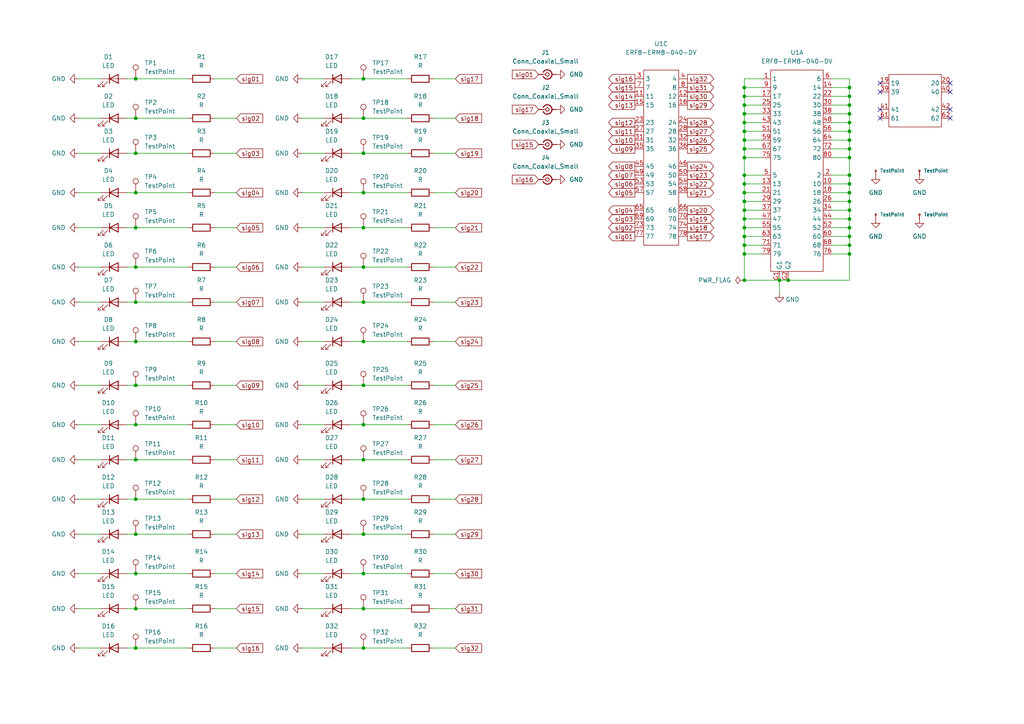
<source format=kicad_sch>
(kicad_sch (version 20250114) (generator "eeschema") (generator_version "9.0")
  (paper "A4")
  (junction (at 39.37 144.78))
  (junction (at 215.9 30.48))
  (junction (at 246.38 25.4))
  (junction (at 246.38 40.64))
  (junction (at 39.37 87.63))
  (junction (at 215.9 81.28))
  (junction (at 246.38 35.56))
  (junction (at 215.9 50.8))
  (junction (at 215.9 45.72))
  (junction (at 215.9 38.1))
  (junction (at 246.38 63.5))
  (junction (at 215.9 53.34))
  (junction (at 39.37 77.47))
  (junction (at 246.38 55.88))
  (junction (at 215.9 25.4))
  (junction (at 226.06 81.28))
  (junction (at 105.41 111.76))
  (junction (at 246.38 68.58))
  (junction (at 246.38 53.34))
  (junction (at 105.41 99.06))
  (junction (at 39.37 55.88))
  (junction (at 246.38 27.94))
  (junction (at 246.38 45.72))
  (junction (at 105.41 176.53))
  (junction (at 105.41 187.96))
  (junction (at 215.9 60.96))
  (junction (at 39.37 111.76))
  (junction (at 39.37 99.06))
  (junction (at 215.9 35.56))
  (junction (at 39.37 44.45))
  (junction (at 246.38 30.48))
  (junction (at 246.38 43.18))
  (junction (at 215.9 68.58))
  (junction (at 215.9 71.12))
  (junction (at 39.37 66.04))
  (junction (at 105.41 22.86))
  (junction (at 39.37 166.37))
  (junction (at 246.38 66.04))
  (junction (at 39.37 187.96))
  (junction (at 105.41 34.29))
  (junction (at 215.9 43.18))
  (junction (at 246.38 50.8))
  (junction (at 105.41 166.37))
  (junction (at 228.6 81.28))
  (junction (at 105.41 154.94))
  (junction (at 39.37 34.29))
  (junction (at 215.9 66.04))
  (junction (at 39.37 22.86))
  (junction (at 246.38 33.02))
  (junction (at 246.38 58.42))
  (junction (at 39.37 133.35))
  (junction (at 105.41 87.63))
  (junction (at 105.41 44.45))
  (junction (at 105.41 133.35))
  (junction (at 246.38 60.96))
  (junction (at 39.37 123.19))
  (junction (at 105.41 55.88))
  (junction (at 105.41 144.78))
  (junction (at 105.41 123.19))
  (junction (at 215.9 27.94))
  (junction (at 105.41 66.04))
  (junction (at 215.9 55.88))
  (junction (at 246.38 38.1))
  (junction (at 105.41 77.47))
  (junction (at 246.38 73.66))
  (junction (at 39.37 176.53))
  (junction (at 215.9 40.64))
  (junction (at 246.38 71.12))
  (junction (at 215.9 33.02))
  (junction (at 215.9 58.42))
  (junction (at 215.9 63.5))
  (junction (at 39.37 154.94))
  (junction (at 215.9 73.66))
  (no_connect (at 275.59 24.13))
  (no_connect (at 275.59 31.75))
  (no_connect (at 275.59 26.67))
  (no_connect (at 275.59 34.29))
  (no_connect (at 255.27 26.67))
  (no_connect (at 255.27 34.29))
  (no_connect (at 255.27 31.75))
  (no_connect (at 255.27 24.13))
  (wire (pts (xy 101.6 176.53) (xy 105.41 176.53)))
  (wire (pts (xy 101.6 87.63) (xy 105.41 87.63)))
  (wire (pts (xy 215.9 27.94) (xy 215.9 30.48)))
  (wire (pts (xy 125.73 77.47) (xy 132.08 77.47)))
  (wire (pts (xy 36.83 111.76) (xy 39.37 111.76)))
  (wire (pts (xy 62.23 99.06) (xy 68.58 99.06)))
  (wire (pts (xy 215.9 50.8) (xy 215.9 53.34)))
  (wire (pts (xy 22.86 66.04) (xy 29.21 66.04)))
  (wire (pts (xy 87.63 133.35) (xy 93.98 133.35)))
  (wire (pts (xy 62.23 166.37) (xy 68.58 166.37)))
  (wire (pts (xy 246.38 68.58) (xy 246.38 71.12)))
  (wire (pts (xy 215.9 68.58) (xy 215.9 71.12)))
  (wire (pts (xy 62.23 34.29) (xy 68.58 34.29)))
  (wire (pts (xy 36.83 34.29) (xy 39.37 34.29)))
  (wire (pts (xy 241.3 68.58) (xy 246.38 68.58)))
  (wire (pts (xy 215.9 38.1) (xy 215.9 40.64)))
  (wire (pts (xy 62.23 44.45) (xy 68.58 44.45)))
  (wire (pts (xy 215.9 25.4) (xy 215.9 27.94)))
  (wire (pts (xy 215.9 43.18) (xy 220.98 43.18)))
  (wire (pts (xy 22.86 166.37) (xy 29.21 166.37)))
  (wire (pts (xy 105.41 133.35) (xy 118.11 133.35)))
  (wire (pts (xy 105.41 87.63) (xy 118.11 87.63)))
  (wire (pts (xy 87.63 166.37) (xy 93.98 166.37)))
  (wire (pts (xy 215.9 50.8) (xy 220.98 50.8)))
  (wire (pts (xy 105.41 144.78) (xy 118.11 144.78)))
  (wire (pts (xy 125.73 176.53) (xy 132.08 176.53)))
  (wire (pts (xy 215.9 40.64) (xy 220.98 40.64)))
  (wire (pts (xy 101.6 166.37) (xy 105.41 166.37)))
  (wire (pts (xy 215.9 63.5) (xy 215.9 66.04)))
  (wire (pts (xy 36.83 166.37) (xy 39.37 166.37)))
  (wire (pts (xy 62.23 176.53) (xy 68.58 176.53)))
  (wire (pts (xy 215.9 22.86) (xy 215.9 25.4)))
  (wire (pts (xy 36.83 66.04) (xy 39.37 66.04)))
  (wire (pts (xy 87.63 144.78) (xy 93.98 144.78)))
  (wire (pts (xy 125.73 87.63) (xy 132.08 87.63)))
  (wire (pts (xy 62.23 22.86) (xy 68.58 22.86)))
  (wire (pts (xy 246.38 33.02) (xy 246.38 35.56)))
  (wire (pts (xy 241.3 27.94) (xy 246.38 27.94)))
  (wire (pts (xy 87.63 34.29) (xy 93.98 34.29)))
  (wire (pts (xy 39.37 111.76) (xy 54.61 111.76)))
  (wire (pts (xy 39.37 44.45) (xy 54.61 44.45)))
  (wire (pts (xy 22.86 99.06) (xy 29.21 99.06)))
  (wire (pts (xy 62.23 187.96) (xy 68.58 187.96)))
  (wire (pts (xy 246.38 27.94) (xy 246.38 30.48)))
  (wire (pts (xy 22.86 123.19) (xy 29.21 123.19)))
  (wire (pts (xy 62.23 133.35) (xy 68.58 133.35)))
  (wire (pts (xy 62.23 55.88) (xy 68.58 55.88)))
  (wire (pts (xy 87.63 111.76) (xy 93.98 111.76)))
  (wire (pts (xy 215.9 55.88) (xy 215.9 58.42)))
  (wire (pts (xy 36.83 154.94) (xy 39.37 154.94)))
  (wire (pts (xy 215.9 58.42) (xy 220.98 58.42)))
  (wire (pts (xy 36.83 123.19) (xy 39.37 123.19)))
  (wire (pts (xy 241.3 40.64) (xy 246.38 40.64)))
  (wire (pts (xy 39.37 66.04) (xy 54.61 66.04)))
  (wire (pts (xy 36.83 133.35) (xy 39.37 133.35)))
  (wire (pts (xy 62.23 87.63) (xy 68.58 87.63)))
  (wire (pts (xy 22.86 154.94) (xy 29.21 154.94)))
  (wire (pts (xy 241.3 58.42) (xy 246.38 58.42)))
  (wire (pts (xy 125.73 99.06) (xy 132.08 99.06)))
  (wire (pts (xy 22.86 187.96) (xy 29.21 187.96)))
  (wire (pts (xy 226.06 81.28) (xy 228.6 81.28)))
  (wire (pts (xy 241.3 30.48) (xy 246.38 30.48)))
  (wire (pts (xy 215.9 33.02) (xy 215.9 35.56)))
  (wire (pts (xy 105.41 166.37) (xy 118.11 166.37)))
  (wire (pts (xy 215.9 25.4) (xy 220.98 25.4)))
  (wire (pts (xy 22.86 22.86) (xy 29.21 22.86)))
  (wire (pts (xy 125.73 144.78) (xy 132.08 144.78)))
  (wire (pts (xy 36.83 77.47) (xy 39.37 77.47)))
  (wire (pts (xy 246.38 25.4) (xy 246.38 27.94)))
  (wire (pts (xy 215.9 30.48) (xy 220.98 30.48)))
  (wire (pts (xy 215.9 60.96) (xy 215.9 63.5)))
  (wire (pts (xy 246.38 35.56) (xy 246.38 38.1)))
  (wire (pts (xy 101.6 99.06) (xy 105.41 99.06)))
  (wire (pts (xy 105.41 123.19) (xy 118.11 123.19)))
  (wire (pts (xy 241.3 38.1) (xy 246.38 38.1)))
  (wire (pts (xy 105.41 99.06) (xy 118.11 99.06)))
  (wire (pts (xy 215.9 35.56) (xy 215.9 38.1)))
  (wire (pts (xy 125.73 123.19) (xy 132.08 123.19)))
  (wire (pts (xy 241.3 45.72) (xy 246.38 45.72)))
  (wire (pts (xy 241.3 71.12) (xy 246.38 71.12)))
  (wire (pts (xy 125.73 133.35) (xy 132.08 133.35)))
  (wire (pts (xy 39.37 187.96) (xy 54.61 187.96)))
  (wire (pts (xy 101.6 44.45) (xy 105.41 44.45)))
  (wire (pts (xy 215.9 73.66) (xy 220.98 73.66)))
  (wire (pts (xy 62.23 77.47) (xy 68.58 77.47)))
  (wire (pts (xy 22.86 176.53) (xy 29.21 176.53)))
  (wire (pts (xy 105.41 34.29) (xy 118.11 34.29)))
  (wire (pts (xy 220.98 22.86) (xy 215.9 22.86)))
  (wire (pts (xy 241.3 66.04) (xy 246.38 66.04)))
  (wire (pts (xy 246.38 73.66) (xy 246.38 81.28)))
  (wire (pts (xy 246.38 55.88) (xy 246.38 58.42)))
  (wire (pts (xy 36.83 87.63) (xy 39.37 87.63)))
  (wire (pts (xy 39.37 166.37) (xy 54.61 166.37)))
  (wire (pts (xy 246.38 60.96) (xy 246.38 63.5)))
  (wire (pts (xy 105.41 55.88) (xy 118.11 55.88)))
  (wire (pts (xy 87.63 123.19) (xy 93.98 123.19)))
  (wire (pts (xy 241.3 43.18) (xy 246.38 43.18)))
  (wire (pts (xy 125.73 22.86) (xy 132.08 22.86)))
  (wire (pts (xy 39.37 77.47) (xy 54.61 77.47)))
  (wire (pts (xy 215.9 63.5) (xy 220.98 63.5)))
  (wire (pts (xy 215.9 55.88) (xy 220.98 55.88)))
  (wire (pts (xy 101.6 34.29) (xy 105.41 34.29)))
  (wire (pts (xy 246.38 53.34) (xy 246.38 55.88)))
  (wire (pts (xy 101.6 111.76) (xy 105.41 111.76)))
  (wire (pts (xy 215.9 40.64) (xy 215.9 43.18)))
  (wire (pts (xy 105.41 154.94) (xy 118.11 154.94)))
  (wire (pts (xy 39.37 123.19) (xy 54.61 123.19)))
  (wire (pts (xy 215.9 66.04) (xy 215.9 68.58)))
  (wire (pts (xy 36.83 187.96) (xy 39.37 187.96)))
  (wire (pts (xy 87.63 187.96) (xy 93.98 187.96)))
  (wire (pts (xy 125.73 44.45) (xy 132.08 44.45)))
  (wire (pts (xy 22.86 144.78) (xy 29.21 144.78)))
  (wire (pts (xy 101.6 55.88) (xy 105.41 55.88)))
  (wire (pts (xy 39.37 55.88) (xy 54.61 55.88)))
  (wire (pts (xy 215.9 45.72) (xy 215.9 50.8)))
  (wire (pts (xy 215.9 30.48) (xy 215.9 33.02)))
  (wire (pts (xy 87.63 176.53) (xy 93.98 176.53)))
  (wire (pts (xy 87.63 87.63) (xy 93.98 87.63)))
  (wire (pts (xy 39.37 34.29) (xy 54.61 34.29)))
  (wire (pts (xy 101.6 22.86) (xy 105.41 22.86)))
  (wire (pts (xy 246.38 81.28) (xy 228.6 81.28)))
  (wire (pts (xy 246.38 43.18) (xy 246.38 45.72)))
  (wire (pts (xy 241.3 22.86) (xy 246.38 22.86)))
  (wire (pts (xy 87.63 22.86) (xy 93.98 22.86)))
  (wire (pts (xy 215.9 60.96) (xy 220.98 60.96)))
  (wire (pts (xy 105.41 111.76) (xy 118.11 111.76)))
  (wire (pts (xy 105.41 66.04) (xy 118.11 66.04)))
  (wire (pts (xy 246.38 58.42) (xy 246.38 60.96)))
  (wire (pts (xy 241.3 73.66) (xy 246.38 73.66)))
  (wire (pts (xy 101.6 66.04) (xy 105.41 66.04)))
  (wire (pts (xy 101.6 187.96) (xy 105.41 187.96)))
  (wire (pts (xy 22.86 77.47) (xy 29.21 77.47)))
  (wire (pts (xy 215.9 81.28) (xy 226.06 81.28)))
  (wire (pts (xy 215.9 68.58) (xy 220.98 68.58)))
  (wire (pts (xy 87.63 154.94) (xy 93.98 154.94)))
  (wire (pts (xy 246.38 38.1) (xy 246.38 40.64)))
  (wire (pts (xy 215.9 38.1) (xy 220.98 38.1)))
  (wire (pts (xy 87.63 99.06) (xy 93.98 99.06)))
  (wire (pts (xy 125.73 187.96) (xy 132.08 187.96)))
  (wire (pts (xy 36.83 176.53) (xy 39.37 176.53)))
  (wire (pts (xy 215.9 58.42) (xy 215.9 60.96)))
  (wire (pts (xy 105.41 176.53) (xy 118.11 176.53)))
  (wire (pts (xy 246.38 45.72) (xy 246.38 50.8)))
  (wire (pts (xy 22.86 55.88) (xy 29.21 55.88)))
  (wire (pts (xy 241.3 53.34) (xy 246.38 53.34)))
  (wire (pts (xy 36.83 44.45) (xy 39.37 44.45)))
  (wire (pts (xy 215.9 71.12) (xy 215.9 73.66)))
  (wire (pts (xy 215.9 33.02) (xy 220.98 33.02)))
  (wire (pts (xy 62.23 66.04) (xy 68.58 66.04)))
  (wire (pts (xy 215.9 66.04) (xy 220.98 66.04)))
  (wire (pts (xy 101.6 77.47) (xy 105.41 77.47)))
  (wire (pts (xy 246.38 30.48) (xy 246.38 33.02)))
  (wire (pts (xy 241.3 50.8) (xy 246.38 50.8)))
  (wire (pts (xy 39.37 176.53) (xy 54.61 176.53)))
  (wire (pts (xy 246.38 50.8) (xy 246.38 53.34)))
  (wire (pts (xy 125.73 111.76) (xy 132.08 111.76)))
  (wire (pts (xy 62.23 111.76) (xy 68.58 111.76)))
  (wire (pts (xy 125.73 34.29) (xy 132.08 34.29)))
  (wire (pts (xy 22.86 111.76) (xy 29.21 111.76)))
  (wire (pts (xy 101.6 144.78) (xy 105.41 144.78)))
  (wire (pts (xy 241.3 35.56) (xy 246.38 35.56)))
  (wire (pts (xy 22.86 44.45) (xy 29.21 44.45)))
  (wire (pts (xy 101.6 154.94) (xy 105.41 154.94)))
  (wire (pts (xy 215.9 45.72) (xy 220.98 45.72)))
  (wire (pts (xy 246.38 63.5) (xy 246.38 66.04)))
  (wire (pts (xy 215.9 35.56) (xy 220.98 35.56)))
  (wire (pts (xy 105.41 77.47) (xy 118.11 77.47)))
  (wire (pts (xy 241.3 63.5) (xy 246.38 63.5)))
  (wire (pts (xy 125.73 66.04) (xy 132.08 66.04)))
  (wire (pts (xy 241.3 25.4) (xy 246.38 25.4)))
  (wire (pts (xy 125.73 166.37) (xy 132.08 166.37)))
  (wire (pts (xy 62.23 123.19) (xy 68.58 123.19)))
  (wire (pts (xy 125.73 55.88) (xy 132.08 55.88)))
  (wire (pts (xy 22.86 133.35) (xy 29.21 133.35)))
  (wire (pts (xy 62.23 144.78) (xy 68.58 144.78)))
  (wire (pts (xy 215.9 71.12) (xy 220.98 71.12)))
  (wire (pts (xy 246.38 22.86) (xy 246.38 25.4)))
  (wire (pts (xy 215.9 73.66) (xy 215.9 81.28)))
  (wire (pts (xy 125.73 154.94) (xy 132.08 154.94)))
  (wire (pts (xy 101.6 123.19) (xy 105.41 123.19)))
  (wire (pts (xy 101.6 133.35) (xy 105.41 133.35)))
  (wire (pts (xy 215.9 53.34) (xy 220.98 53.34)))
  (wire (pts (xy 241.3 33.02) (xy 246.38 33.02)))
  (wire (pts (xy 87.63 44.45) (xy 93.98 44.45)))
  (wire (pts (xy 87.63 77.47) (xy 93.98 77.47)))
  (wire (pts (xy 36.83 55.88) (xy 39.37 55.88)))
  (wire (pts (xy 246.38 66.04) (xy 246.38 68.58)))
  (wire (pts (xy 36.83 144.78) (xy 39.37 144.78)))
  (wire (pts (xy 22.86 34.29) (xy 29.21 34.29)))
  (wire (pts (xy 215.9 53.34) (xy 215.9 55.88)))
  (wire (pts (xy 39.37 22.86) (xy 54.61 22.86)))
  (wire (pts (xy 105.41 44.45) (xy 118.11 44.45)))
  (wire (pts (xy 22.86 87.63) (xy 29.21 87.63)))
  (wire (pts (xy 39.37 87.63) (xy 54.61 87.63)))
  (wire (pts (xy 62.23 154.94) (xy 68.58 154.94)))
  (wire (pts (xy 39.37 154.94) (xy 54.61 154.94)))
  (wire (pts (xy 215.9 43.18) (xy 215.9 45.72)))
  (wire (pts (xy 39.37 133.35) (xy 54.61 133.35)))
  (wire (pts (xy 39.37 99.06) (xy 54.61 99.06)))
  (wire (pts (xy 87.63 55.88) (xy 93.98 55.88)))
  (wire (pts (xy 87.63 66.04) (xy 93.98 66.04)))
  (wire (pts (xy 36.83 22.86) (xy 39.37 22.86)))
  (wire (pts (xy 105.41 187.96) (xy 118.11 187.96)))
  (wire (pts (xy 215.9 27.94) (xy 220.98 27.94)))
  (wire (pts (xy 39.37 144.78) (xy 54.61 144.78)))
  (wire (pts (xy 246.38 40.64) (xy 246.38 43.18)))
  (wire (pts (xy 241.3 60.96) (xy 246.38 60.96)))
  (wire (pts (xy 241.3 55.88) (xy 246.38 55.88)))
  (wire (pts (xy 246.38 71.12) (xy 246.38 73.66)))
  (wire (pts (xy 36.83 99.06) (xy 39.37 99.06)))
  (wire (pts (xy 105.41 22.86) (xy 118.11 22.86)))
  (wire (pts (xy 226.06 81.28) (xy 226.06 85.09)))
  (global_label "sig24" (shape output) (at 199.39 48.26 0) (property "Intersheetrefs" "${INTERSHEET_REFS}" (effects (hide yes))))
  (global_label "sig06" (shape input) (at 68.58 77.47 0) (property "Intersheetrefs" "${INTERSHEET_REFS}" (effects (hide yes))))
  (global_label "sig01" (shape input) (at 68.58 22.86 0) (property "Intersheetrefs" "${INTERSHEET_REFS}" (effects (hide yes))))
  (global_label "sig12" (shape output) (at 184.15 35.56 180) (property "Intersheetrefs" "${INTERSHEET_REFS}" (effects (hide yes))))
  (global_label "sig29" (shape input) (at 132.08 154.94 0) (property "Intersheetrefs" "${INTERSHEET_REFS}" (effects (hide yes))))
  (global_label "sig31" (shape output) (at 199.39 25.4 0) (property "Intersheetrefs" "${INTERSHEET_REFS}" (effects (hide yes))))
  (global_label "sig24" (shape input) (at 132.08 99.06 0) (property "Intersheetrefs" "${INTERSHEET_REFS}" (effects (hide yes))))
  (global_label "sig02" (shape output) (at 184.15 66.04 180) (property "Intersheetrefs" "${INTERSHEET_REFS}" (effects (hide yes))))
  (global_label "sig09" (shape output) (at 184.15 43.18 180) (property "Intersheetrefs" "${INTERSHEET_REFS}" (effects (hide yes))))
  (global_label "sig04" (shape input) (at 68.58 55.88 0) (property "Intersheetrefs" "${INTERSHEET_REFS}" (effects (hide yes))))
  (global_label "sig11" (shape input) (at 68.58 133.35 0) (property "Intersheetrefs" "${INTERSHEET_REFS}" (effects (hide yes))))
  (global_label "sig28" (shape output) (at 199.39 35.56 0) (property "Intersheetrefs" "${INTERSHEET_REFS}" (effects (hide yes))))
  (global_label "sig31" (shape input) (at 132.08 176.53 0) (property "Intersheetrefs" "${INTERSHEET_REFS}" (effects (hide yes))))
  (global_label "sig15" (shape output) (at 184.15 25.4 180) (property "Intersheetrefs" "${INTERSHEET_REFS}" (effects (hide yes))))
  (global_label "sig06" (shape output) (at 184.15 53.34 180) (property "Intersheetrefs" "${INTERSHEET_REFS}" (effects (hide yes))))
  (global_label "sig07" (shape output) (at 184.15 50.8 180) (property "Intersheetrefs" "${INTERSHEET_REFS}" (effects (hide yes))))
  (global_label "sig05" (shape output) (at 184.15 55.88 180) (property "Intersheetrefs" "${INTERSHEET_REFS}" (effects (hide yes))))
  (global_label "sig32" (shape input) (at 132.08 187.96 0) (property "Intersheetrefs" "${INTERSHEET_REFS}" (effects (hide yes))))
  (global_label "sig20" (shape input) (at 132.08 55.88 0) (property "Intersheetrefs" "${INTERSHEET_REFS}" (effects (hide yes))))
  (global_label "sig23" (shape input) (at 132.08 87.63 0) (property "Intersheetrefs" "${INTERSHEET_REFS}" (effects (hide yes))))
  (global_label "sig10" (shape input) (at 68.58 123.19 0) (property "Intersheetrefs" "${INTERSHEET_REFS}" (effects (hide yes))))
  (global_label "sig14" (shape output) (at 184.15 27.94 180) (property "Intersheetrefs" "${INTERSHEET_REFS}" (effects (hide yes))))
  (global_label "sig21" (shape output) (at 199.39 55.88 0) (property "Intersheetrefs" "${INTERSHEET_REFS}" (effects (hide yes))))
  (global_label "sig10" (shape output) (at 184.15 40.64 180) (property "Intersheetrefs" "${INTERSHEET_REFS}" (effects (hide yes))))
  (global_label "sig25" (shape output) (at 199.39 43.18 0) (property "Intersheetrefs" "${INTERSHEET_REFS}" (effects (hide yes))))
  (global_label "sig22" (shape input) (at 132.08 77.47 0) (property "Intersheetrefs" "${INTERSHEET_REFS}" (effects (hide yes))))
  (global_label "sig22" (shape output) (at 199.39 53.34 0) (property "Intersheetrefs" "${INTERSHEET_REFS}" (effects (hide yes))))
  (global_label "sig18" (shape input) (at 132.08 34.29 0) (property "Intersheetrefs" "${INTERSHEET_REFS}" (effects (hide yes))))
  (global_label "sig27" (shape output) (at 199.39 38.1 0) (property "Intersheetrefs" "${INTERSHEET_REFS}" (effects (hide yes))))
  (global_label "sig09" (shape input) (at 68.58 111.76 0) (property "Intersheetrefs" "${INTERSHEET_REFS}" (effects (hide yes))))
  (global_label "sig25" (shape input) (at 132.08 111.76 0) (property "Intersheetrefs" "${INTERSHEET_REFS}" (effects (hide yes))))
  (global_label "sig12" (shape input) (at 68.58 144.78 0) (property "Intersheetrefs" "${INTERSHEET_REFS}" (effects (hide yes))))
  (global_label "sig03" (shape output) (at 184.15 63.5 180) (property "Intersheetrefs" "${INTERSHEET_REFS}" (effects (hide yes))))
  (global_label "sig13" (shape output) (at 184.15 30.48 180) (property "Intersheetrefs" "${INTERSHEET_REFS}" (effects (hide yes))))
  (global_label "sig11" (shape output) (at 184.15 38.1 180) (property "Intersheetrefs" "${INTERSHEET_REFS}" (effects (hide yes))))
  (global_label "sig26" (shape input) (at 132.08 123.19 0) (property "Intersheetrefs" "${INTERSHEET_REFS}" (effects (hide yes))))
  (global_label "sig16" (shape input) (at 156.21 52.07 180) (property "Intersheetrefs" "${INTERSHEET_REFS}" (effects (hide yes))))
  (global_label "sig07" (shape input) (at 68.58 87.63 0) (property "Intersheetrefs" "${INTERSHEET_REFS}" (effects (hide yes))))
  (global_label "sig08" (shape input) (at 68.58 99.06 0) (property "Intersheetrefs" "${INTERSHEET_REFS}" (effects (hide yes))))
  (global_label "sig28" (shape input) (at 132.08 144.78 0) (property "Intersheetrefs" "${INTERSHEET_REFS}" (effects (hide yes))))
  (global_label "sig16" (shape input) (at 68.58 187.96 0) (property "Intersheetrefs" "${INTERSHEET_REFS}" (effects (hide yes))))
  (global_label "sig14" (shape input) (at 68.58 166.37 0) (property "Intersheetrefs" "${INTERSHEET_REFS}" (effects (hide yes))))
  (global_label "sig02" (shape input) (at 68.58 34.29 0) (property "Intersheetrefs" "${INTERSHEET_REFS}" (effects (hide yes))))
  (global_label "sig08" (shape output) (at 184.15 48.26 180) (property "Intersheetrefs" "${INTERSHEET_REFS}" (effects (hide yes))))
  (global_label "sig17" (shape input) (at 156.21 31.75 180) (property "Intersheetrefs" "${INTERSHEET_REFS}" (effects (hide yes))))
  (global_label "sig23" (shape output) (at 199.39 50.8 0) (property "Intersheetrefs" "${INTERSHEET_REFS}" (effects (hide yes))))
  (global_label "sig13" (shape input) (at 68.58 154.94 0) (property "Intersheetrefs" "${INTERSHEET_REFS}" (effects (hide yes))))
  (global_label "sig19" (shape input) (at 132.08 44.45 0) (property "Intersheetrefs" "${INTERSHEET_REFS}" (effects (hide yes))))
  (global_label "sig18" (shape output) (at 199.39 66.04 0) (property "Intersheetrefs" "${INTERSHEET_REFS}" (effects (hide yes))))
  (global_label "sig19" (shape output) (at 199.39 63.5 0) (property "Intersheetrefs" "${INTERSHEET_REFS}" (effects (hide yes))))
  (global_label "sig21" (shape input) (at 132.08 66.04 0) (property "Intersheetrefs" "${INTERSHEET_REFS}" (effects (hide yes))))
  (global_label "sig04" (shape output) (at 184.15 60.96 180) (property "Intersheetrefs" "${INTERSHEET_REFS}" (effects (hide yes))))
  (global_label "sig17" (shape input) (at 132.08 22.86 0) (property "Intersheetrefs" "${INTERSHEET_REFS}" (effects (hide yes))))
  (global_label "sig05" (shape input) (at 68.58 66.04 0) (property "Intersheetrefs" "${INTERSHEET_REFS}" (effects (hide yes))))
  (global_label "sig30" (shape input) (at 132.08 166.37 0) (property "Intersheetrefs" "${INTERSHEET_REFS}" (effects (hide yes))))
  (global_label "sig16" (shape output) (at 184.15 22.86 180) (property "Intersheetrefs" "${INTERSHEET_REFS}" (effects (hide yes))))
  (global_label "sig01" (shape input) (at 156.21 21.59 180) (property "Intersheetrefs" "${INTERSHEET_REFS}" (effects (hide yes))))
  (global_label "sig26" (shape output) (at 199.39 40.64 0) (property "Intersheetrefs" "${INTERSHEET_REFS}" (effects (hide yes))))
  (global_label "sig32" (shape output) (at 199.39 22.86 0) (property "Intersheetrefs" "${INTERSHEET_REFS}" (effects (hide yes))))
  (global_label "sig27" (shape input) (at 132.08 133.35 0) (property "Intersheetrefs" "${INTERSHEET_REFS}" (effects (hide yes))))
  (global_label "sig17" (shape output) (at 199.39 68.58 0) (property "Intersheetrefs" "${INTERSHEET_REFS}" (effects (hide yes))))
  (global_label "sig15" (shape input) (at 68.58 176.53 0) (property "Intersheetrefs" "${INTERSHEET_REFS}" (effects (hide yes))))
  (global_label "sig03" (shape input) (at 68.58 44.45 0) (property "Intersheetrefs" "${INTERSHEET_REFS}" (effects (hide yes))))
  (global_label "sig15" (shape input) (at 156.21 41.91 180) (property "Intersheetrefs" "${INTERSHEET_REFS}" (effects (hide yes))))
  (global_label "sig30" (shape output) (at 199.39 27.94 0) (property "Intersheetrefs" "${INTERSHEET_REFS}" (effects (hide yes))))
  (global_label "sig29" (shape output) (at 199.39 30.48 0) (property "Intersheetrefs" "${INTERSHEET_REFS}" (effects (hide yes))))
  (global_label "sig20" (shape output) (at 199.39 60.96 0) (property "Intersheetrefs" "${INTERSHEET_REFS}" (effects (hide yes))))
  (global_label "sig01" (shape output) (at 184.15 68.58 180) (property "Intersheetrefs" "${INTERSHEET_REFS}" (effects (hide yes))))
  (symbol (lib_id "Device:LED") (at 33.02 154.94 0) (unit 1)
    (property "Reference" "D13" (at 31.4325 148.59 0))
    (property "Value" "LED" (at 31.4325 151.13 0))
    (property "Footprint" "LED_SMD:LED_0402_1005Metric" (effects (hide yes)))
    (property "Description" "Light emitting diode" (effects (hide yes)))
    (property "Sim.Pins" "1=K 2=A" (effects (hide yes)))
  )
  (symbol (lib_id "Connector:Conn_Coaxial_Small") (at 158.75 52.07 0) (unit 1)
    (property "Reference" "J4" (at 158.2304 45.72 0))
    (property "Value" "Conn_Coaxial_Small" (at 158.2304 48.26 0))
    (property "Footprint" "Connector_Coaxial:MMCX_Molex_73415-1471_Vertical" (effects (hide yes)))
    (property "Description" "small coaxial connector (BNC, SMA, SMB, SMC, Cinch/RCA, LEMO, ...)" (effects (hide yes)))
  )
  (symbol (lib_id "Device:R") (at 58.42 123.19 90) (unit 1)
    (property "Reference" "R10" (at 58.42 116.84 90))
    (property "Value" "R" (at 58.42 119.38 90))
    (property "Footprint" "Resistor_SMD:R_0603_1608Metric" (effects (hide yes)))
    (property "Description" "Resistor" (effects (hide yes)))
  )
  (symbol (lib_id "Device:LED") (at 97.79 111.76 0) (unit 1)
    (property "Reference" "D25" (at 96.2025 105.41 0))
    (property "Value" "LED" (at 96.2025 107.95 0))
    (property "Footprint" "LED_SMD:LED_0402_1005Metric" (effects (hide yes)))
    (property "Description" "Light emitting diode" (effects (hide yes)))
    (property "Sim.Pins" "1=K 2=A" (effects (hide yes)))
  )
  (symbol (lib_id "Connector:TestPoint") (at 105.41 176.53 0) (unit 1)
    (property "Reference" "TP31" (at 107.95 171.9579 0) (effects (justify left)))
    (property "Value" "TestPoint" (at 107.95 174.4979 0) (effects (justify left)))
    (property "Footprint" "cody:TestPoint_Plated_Hole_D1.1mm" (effects (hide yes)))
    (property "Description" "test point" (effects (hide yes)))
  )
  (symbol (lib_id "Connector:TestPoint") (at 39.37 123.19 0) (unit 1)
    (property "Reference" "TP10" (at 41.91 118.6179 0) (effects (justify left)))
    (property "Value" "TestPoint" (at 41.91 121.1579 0) (effects (justify left)))
    (property "Footprint" "cody:TestPoint_Plated_Hole_D1.1mm" (effects (hide yes)))
    (property "Description" "test point" (effects (hide yes)))
  )
  (symbol (lib_id "Device:R") (at 121.92 99.06 90) (unit 1)
    (property "Reference" "R24" (at 121.92 92.71 90))
    (property "Value" "R" (at 121.92 95.25 90))
    (property "Footprint" "Resistor_SMD:R_0603_1608Metric" (effects (hide yes)))
    (property "Description" "Resistor" (effects (hide yes)))
  )
  (symbol (lib_id "power:GND") (at 22.86 176.53 270) (unit 1)
    (property "Reference" "#PWR016" (effects (hide yes)))
    (property "Value" "GND" (at 19.05 176.5299 90) (effects (justify right)))
    (property "Description" "Power symbol creates a global label with name \"GND\" , ground" (effects (hide yes)))
  )
  (symbol (lib_id "Device:R") (at 58.42 133.35 90) (unit 1)
    (property "Reference" "R11" (at 58.42 127 90))
    (property "Value" "R" (at 58.42 129.54 90))
    (property "Footprint" "Resistor_SMD:R_0603_1608Metric" (effects (hide yes)))
    (property "Description" "Resistor" (effects (hide yes)))
  )
  (symbol (lib_id "Device:R") (at 121.92 34.29 90) (unit 1)
    (property "Reference" "R18" (at 121.92 27.94 90))
    (property "Value" "R" (at 121.92 30.48 90))
    (property "Footprint" "Resistor_SMD:R_0603_1608Metric" (effects (hide yes)))
    (property "Description" "Resistor" (effects (hide yes)))
  )
  (symbol (lib_id "Device:LED") (at 97.79 87.63 0) (unit 1)
    (property "Reference" "D23" (at 96.2025 81.28 0))
    (property "Value" "LED" (at 96.2025 83.82 0))
    (property "Footprint" "LED_SMD:LED_0402_1005Metric" (effects (hide yes)))
    (property "Description" "Light emitting diode" (effects (hide yes)))
    (property "Sim.Pins" "1=K 2=A" (effects (hide yes)))
  )
  (symbol (lib_id "Device:LED") (at 33.02 87.63 0) (unit 1)
    (property "Reference" "D7" (at 31.4325 81.28 0))
    (property "Value" "LED" (at 31.4325 83.82 0))
    (property "Footprint" "LED_SMD:LED_0402_1005Metric" (effects (hide yes)))
    (property "Description" "Light emitting diode" (effects (hide yes)))
    (property "Sim.Pins" "1=K 2=A" (effects (hide yes)))
  )
  (symbol (lib_id "Device:LED") (at 97.79 99.06 0) (unit 1)
    (property "Reference" "D24" (at 96.2025 92.71 0))
    (property "Value" "LED" (at 96.2025 95.25 0))
    (property "Footprint" "LED_SMD:LED_0402_1005Metric" (effects (hide yes)))
    (property "Description" "Light emitting diode" (effects (hide yes)))
    (property "Sim.Pins" "1=K 2=A" (effects (hide yes)))
  )
  (symbol (lib_id "power:GND") (at 22.86 99.06 270) (unit 1)
    (property "Reference" "#PWR09" (effects (hide yes)))
    (property "Value" "GND" (at 19.05 99.0599 90) (effects (justify right)))
    (property "Description" "Power symbol creates a global label with name \"GND\" , ground" (effects (hide yes)))
  )
  (symbol (lib_id "power:GND") (at 22.86 123.19 270) (unit 1)
    (property "Reference" "#PWR011" (effects (hide yes)))
    (property "Value" "GND" (at 19.05 123.1899 90) (effects (justify right)))
    (property "Description" "Power symbol creates a global label with name \"GND\" , ground" (effects (hide yes)))
  )
  (symbol (lib_id "power:GND") (at 87.63 99.06 270) (unit 1)
    (property "Reference" "#PWR025" (effects (hide yes)))
    (property "Value" "GND" (at 83.82 99.0599 90) (effects (justify right)))
    (property "Description" "Power symbol creates a global label with name \"GND\" , ground" (effects (hide yes)))
  )
  (symbol (lib_id "Device:R") (at 121.92 176.53 90) (unit 1)
    (property "Reference" "R31" (at 121.92 170.18 90))
    (property "Value" "R" (at 121.92 172.72 90))
    (property "Footprint" "Resistor_SMD:R_0603_1608Metric" (effects (hide yes)))
    (property "Description" "Resistor" (effects (hide yes)))
  )
  (symbol (lib_id "Device:LED") (at 97.79 133.35 0) (unit 1)
    (property "Reference" "D27" (at 96.2025 127 0))
    (property "Value" "LED" (at 96.2025 129.54 0))
    (property "Footprint" "LED_SMD:LED_0402_1005Metric" (effects (hide yes)))
    (property "Description" "Light emitting diode" (effects (hide yes)))
    (property "Sim.Pins" "1=K 2=A" (effects (hide yes)))
  )
  (symbol (lib_id "Device:R") (at 121.92 144.78 90) (unit 1)
    (property "Reference" "R28" (at 121.92 138.43 90))
    (property "Value" "R" (at 121.92 140.97 90))
    (property "Footprint" "Resistor_SMD:R_0603_1608Metric" (effects (hide yes)))
    (property "Description" "Resistor" (effects (hide yes)))
  )
  (symbol (lib_id "power:GND") (at 22.86 77.47 270) (unit 1)
    (property "Reference" "#PWR07" (effects (hide yes)))
    (property "Value" "GND" (at 19.05 77.4699 90) (effects (justify right)))
    (property "Description" "Power symbol creates a global label with name \"GND\" , ground" (effects (hide yes)))
  )
  (symbol (lib_id "Connector:TestPoint") (at 39.37 144.78 0) (unit 1)
    (property "Reference" "TP12" (at 41.91 140.2079 0) (effects (justify left)))
    (property "Value" "TestPoint" (at 41.91 142.7479 0) (effects (justify left)))
    (property "Footprint" "cody:TestPoint_Plated_Hole_D1.1mm" (effects (hide yes)))
    (property "Description" "test point" (effects (hide yes)))
  )
  (symbol (lib_id "power:GND") (at 161.29 21.59 90) (unit 1)
    (property "Reference" "#PWR036" (effects (hide yes)))
    (property "Value" "GND" (at 165.1 21.5899 90) (effects (justify right)))
    (property "Description" "Power symbol creates a global label with name \"GND\" , ground" (effects (hide yes)))
  )
  (symbol (lib_id "power:GND") (at 22.86 111.76 270) (unit 1)
    (property "Reference" "#PWR010" (effects (hide yes)))
    (property "Value" "GND" (at 19.05 111.7599 90) (effects (justify right)))
    (property "Description" "Power symbol creates a global label with name \"GND\" , ground" (effects (hide yes)))
  )
  (symbol (lib_id "Connector:TestPoint") (at 105.41 166.37 0) (unit 1)
    (property "Reference" "TP30" (at 107.95 161.7979 0) (effects (justify left)))
    (property "Value" "TestPoint" (at 107.95 164.3379 0) (effects (justify left)))
    (property "Footprint" "cody:TestPoint_Plated_Hole_D1.1mm" (effects (hide yes)))
    (property "Description" "test point" (effects (hide yes)))
  )
  (symbol (lib_id "Device:R") (at 121.92 123.19 90) (unit 1)
    (property "Reference" "R26" (at 121.92 116.84 90))
    (property "Value" "R" (at 121.92 119.38 90))
    (property "Footprint" "Resistor_SMD:R_0603_1608Metric" (effects (hide yes)))
    (property "Description" "Resistor" (effects (hide yes)))
  )
  (symbol (lib_id "Device:LED") (at 97.79 34.29 0) (unit 1)
    (property "Reference" "D18" (at 96.2025 27.94 0))
    (property "Value" "LED" (at 96.2025 30.48 0))
    (property "Footprint" "LED_SMD:LED_0402_1005Metric" (effects (hide yes)))
    (property "Description" "Light emitting diode" (effects (hide yes)))
    (property "Sim.Pins" "1=K 2=A" (effects (hide yes)))
  )
  (symbol (lib_id "power:GND") (at 87.63 55.88 270) (unit 1)
    (property "Reference" "#PWR021" (effects (hide yes)))
    (property "Value" "GND" (at 83.82 55.8799 90) (effects (justify right)))
    (property "Description" "Power symbol creates a global label with name \"GND\" , ground" (effects (hide yes)))
  )
  (symbol (lib_id "Device:LED") (at 33.02 187.96 0) (unit 1)
    (property "Reference" "D16" (at 31.4325 181.61 0))
    (property "Value" "LED" (at 31.4325 184.15 0))
    (property "Footprint" "LED_SMD:LED_0402_1005Metric" (effects (hide yes)))
    (property "Description" "Light emitting diode" (effects (hide yes)))
    (property "Sim.Pins" "1=K 2=A" (effects (hide yes)))
  )
  (symbol (lib_id "Device:R") (at 121.92 133.35 90) (unit 1)
    (property "Reference" "R27" (at 121.92 127 90))
    (property "Value" "R" (at 121.92 129.54 90))
    (property "Footprint" "Resistor_SMD:R_0603_1608Metric" (effects (hide yes)))
    (property "Description" "Resistor" (effects (hide yes)))
  )
  (symbol (lib_id "Connector:TestPoint") (at 39.37 176.53 0) (unit 1)
    (property "Reference" "TP15" (at 41.91 171.9579 0) (effects (justify left)))
    (property "Value" "TestPoint" (at 41.91 174.4979 0) (effects (justify left)))
    (property "Footprint" "cody:TestPoint_Plated_Hole_D1.1mm" (effects (hide yes)))
    (property "Description" "test point" (effects (hide yes)))
  )
  (symbol (lib_id "Connector:TestPoint") (at 39.37 187.96 0) (unit 1)
    (property "Reference" "TP16" (at 41.91 183.3879 0) (effects (justify left)))
    (property "Value" "TestPoint" (at 41.91 185.9279 0) (effects (justify left)))
    (property "Footprint" "cody:TestPoint_Plated_Hole_D1.1mm" (effects (hide yes)))
    (property "Description" "test point" (effects (hide yes)))
  )
  (symbol (lib_id "power:GND") (at 161.29 41.91 90) (unit 1)
    (property "Reference" "#PWR038" (effects (hide yes)))
    (property "Value" "GND" (at 165.1 41.9099 90) (effects (justify right)))
    (property "Description" "Power symbol creates a global label with name \"GND\" , ground" (effects (hide yes)))
  )
  (symbol (lib_id "Connector:TestPoint") (at 105.41 22.86 0) (unit 1)
    (property "Reference" "TP17" (at 107.95 18.2879 0) (effects (justify left)))
    (property "Value" "TestPoint" (at 107.95 20.8279 0) (effects (justify left)))
    (property "Footprint" "cody:TestPoint_Plated_Hole_D1.1mm" (effects (hide yes)))
    (property "Description" "test point" (effects (hide yes)))
  )
  (symbol (lib_id "Device:R") (at 58.42 87.63 90) (unit 1)
    (property "Reference" "R7" (at 58.42 81.28 90))
    (property "Value" "R" (at 58.42 83.82 90))
    (property "Footprint" "Resistor_SMD:R_0603_1608Metric" (effects (hide yes)))
    (property "Description" "Resistor" (effects (hide yes)))
  )
  (symbol (lib_id "power:GND") (at 87.63 111.76 270) (unit 1)
    (property "Reference" "#PWR026" (effects (hide yes)))
    (property "Value" "GND" (at 83.82 111.7599 90) (effects (justify right)))
    (property "Description" "Power symbol creates a global label with name \"GND\" , ground" (effects (hide yes)))
  )
  (symbol (lib_id "power:GND") (at 22.86 187.96 270) (unit 1)
    (property "Reference" "#PWR017" (effects (hide yes)))
    (property "Value" "GND" (at 19.05 187.9599 90) (effects (justify right)))
    (property "Description" "Power symbol creates a global label with name \"GND\" , ground" (effects (hide yes)))
  )
  (symbol (lib_id "Connector:TestPoint") (at 105.41 87.63 0) (unit 1)
    (property "Reference" "TP23" (at 107.95 83.0579 0) (effects (justify left)))
    (property "Value" "TestPoint" (at 107.95 85.5979 0) (effects (justify left)))
    (property "Footprint" "cody:TestPoint_Plated_Hole_D1.1mm" (effects (hide yes)))
    (property "Description" "test point" (effects (hide yes)))
  )
  (symbol (lib_id "power:GND") (at 87.63 34.29 270) (unit 1)
    (property "Reference" "#PWR019" (effects (hide yes)))
    (property "Value" "GND" (at 83.82 34.2899 90) (effects (justify right)))
    (property "Description" "Power symbol creates a global label with name \"GND\" , ground" (effects (hide yes)))
  )
  (symbol (lib_id "power:GND") (at 87.63 22.86 270) (unit 1)
    (property "Reference" "#PWR018" (effects (hide yes)))
    (property "Value" "GND" (at 83.82 22.8599 90) (effects (justify right)))
    (property "Description" "Power symbol creates a global label with name \"GND\" , ground" (effects (hide yes)))
  )
  (symbol (lib_name "ERF8-ERM8-040-DV_2") (lib_id "kicad-mza:ERF8-ERM8-040-DV") (at 231.14 48.26 0) (unit 1)
    (property "Reference" "U1" (at 231.14 15.24 0))
    (property "Value" "ERF8-ERM8-040-DV" (at 231.14 17.78 0))
    (property "Footprint" "Library:ERF8-040-EM2" (effects (hide yes)))
  )
  (symbol (lib_id "power:GND") (at 161.29 52.07 90) (unit 1)
    (property "Reference" "#PWR039" (effects (hide yes)))
    (property "Value" "GND" (at 165.1 52.0699 90) (effects (justify right)))
    (property "Description" "Power symbol creates a global label with name \"GND\" , ground" (effects (hide yes)))
  )
  (symbol (lib_id "Device:LED") (at 97.79 55.88 0) (unit 1)
    (property "Reference" "D20" (at 96.2025 49.53 0))
    (property "Value" "LED" (at 96.2025 52.07 0))
    (property "Footprint" "LED_SMD:LED_0402_1005Metric" (effects (hide yes)))
    (property "Description" "Light emitting diode" (effects (hide yes)))
    (property "Sim.Pins" "1=K 2=A" (effects (hide yes)))
  )
  (symbol (lib_id "Connector:TestPoint") (at 105.41 55.88 0) (unit 1)
    (property "Reference" "TP20" (at 107.95 51.3079 0) (effects (justify left)))
    (property "Value" "TestPoint" (at 107.95 53.8479 0) (effects (justify left)))
    (property "Footprint" "cody:TestPoint_Plated_Hole_D1.1mm" (effects (hide yes)))
    (property "Description" "test point" (effects (hide yes)))
  )
  (symbol (lib_id "mza:TestPoint") (at 266.7 52.07 0) (unit 1)
    (property "Reference" "GND2" (effects (hide yes)))
    (property "Value" "TestPoint" (at 267.97 49.53 0) (effects (font (size 1 1)) (justify left)))
    (property "Footprint" "TestPoint:TestPoint_Plated_Hole_D2.0mm" (effects (hide yes)))
  )
  (symbol (lib_id "Device:LED") (at 97.79 44.45 0) (unit 1)
    (property "Reference" "D19" (at 96.2025 38.1 0))
    (property "Value" "LED" (at 96.2025 40.64 0))
    (property "Footprint" "LED_SMD:LED_0402_1005Metric" (effects (hide yes)))
    (property "Description" "Light emitting diode" (effects (hide yes)))
    (property "Sim.Pins" "1=K 2=A" (effects (hide yes)))
  )
  (symbol (lib_id "Device:R") (at 58.42 66.04 90) (unit 1)
    (property "Reference" "R5" (at 58.42 59.69 90))
    (property "Value" "R" (at 58.42 62.23 90))
    (property "Footprint" "Resistor_SMD:R_0603_1608Metric" (effects (hide yes)))
    (property "Description" "Resistor" (effects (hide yes)))
  )
  (symbol (lib_id "mza:TestPoint") (at 254 52.07 0) (unit 1)
    (property "Reference" "GND1" (effects (hide yes)))
    (property "Value" "TestPoint" (at 255.27 49.53 0) (effects (font (size 1 1)) (justify left)))
    (property "Footprint" "TestPoint:TestPoint_Plated_Hole_D2.0mm" (effects (hide yes)))
  )
  (symbol (lib_id "Device:LED") (at 33.02 34.29 0) (unit 1)
    (property "Reference" "D2" (at 31.4325 27.94 0))
    (property "Value" "LED" (at 31.4325 30.48 0))
    (property "Footprint" "LED_SMD:LED_0402_1005Metric" (effects (hide yes)))
    (property "Description" "Light emitting diode" (effects (hide yes)))
    (property "Sim.Pins" "1=K 2=A" (effects (hide yes)))
  )
  (symbol (lib_id "Device:LED") (at 97.79 77.47 0) (unit 1)
    (property "Reference" "D22" (at 96.2025 71.12 0))
    (property "Value" "LED" (at 96.2025 73.66 0))
    (property "Footprint" "LED_SMD:LED_0402_1005Metric" (effects (hide yes)))
    (property "Description" "Light emitting diode" (effects (hide yes)))
    (property "Sim.Pins" "1=K 2=A" (effects (hide yes)))
  )
  (symbol (lib_id "Device:R") (at 58.42 55.88 90) (unit 1)
    (property "Reference" "R4" (at 58.42 49.53 90))
    (property "Value" "R" (at 58.42 52.07 90))
    (property "Footprint" "Resistor_SMD:R_0603_1608Metric" (effects (hide yes)))
    (property "Description" "Resistor" (effects (hide yes)))
  )
  (symbol (lib_id "Device:LED") (at 97.79 66.04 0) (unit 1)
    (property "Reference" "D21" (at 96.2025 59.69 0))
    (property "Value" "LED" (at 96.2025 62.23 0))
    (property "Footprint" "LED_SMD:LED_0402_1005Metric" (effects (hide yes)))
    (property "Description" "Light emitting diode" (effects (hide yes)))
    (property "Sim.Pins" "1=K 2=A" (effects (hide yes)))
  )
  (symbol (lib_id "power:GND") (at 22.86 55.88 270) (unit 1)
    (property "Reference" "#PWR05" (effects (hide yes)))
    (property "Value" "GND" (at 19.05 55.8799 90) (effects (justify right)))
    (property "Description" "Power symbol creates a global label with name \"GND\" , ground" (effects (hide yes)))
  )
  (symbol (lib_id "Device:LED") (at 33.02 66.04 0) (unit 1)
    (property "Reference" "D5" (at 31.4325 59.69 0))
    (property "Value" "LED" (at 31.4325 62.23 0))
    (property "Footprint" "LED_SMD:LED_0402_1005Metric" (effects (hide yes)))
    (property "Description" "Light emitting diode" (effects (hide yes)))
    (property "Sim.Pins" "1=K 2=A" (effects (hide yes)))
  )
  (symbol (lib_id "Connector:TestPoint") (at 105.41 133.35 0) (unit 1)
    (property "Reference" "TP27" (at 107.95 128.7779 0) (effects (justify left)))
    (property "Value" "TestPoint" (at 107.95 131.3179 0) (effects (justify left)))
    (property "Footprint" "cody:TestPoint_Plated_Hole_D1.1mm" (effects (hide yes)))
    (property "Description" "test point" (effects (hide yes)))
  )
  (symbol (lib_id "power:GND") (at 87.63 187.96 270) (unit 1)
    (property "Reference" "#PWR033" (effects (hide yes)))
    (property "Value" "GND" (at 83.82 187.9599 90) (effects (justify right)))
    (property "Description" "Power symbol creates a global label with name \"GND\" , ground" (effects (hide yes)))
  )
  (symbol (lib_id "Device:LED") (at 97.79 176.53 0) (unit 1)
    (property "Reference" "D31" (at 96.2025 170.18 0))
    (property "Value" "LED" (at 96.2025 172.72 0))
    (property "Footprint" "LED_SMD:LED_0402_1005Metric" (effects (hide yes)))
    (property "Description" "Light emitting diode" (effects (hide yes)))
    (property "Sim.Pins" "1=K 2=A" (effects (hide yes)))
  )
  (symbol (lib_id "power:GND") (at 22.86 87.63 270) (unit 1)
    (property "Reference" "#PWR08" (effects (hide yes)))
    (property "Value" "GND" (at 19.05 87.6299 90) (effects (justify right)))
    (property "Description" "Power symbol creates a global label with name \"GND\" , ground" (effects (hide yes)))
  )
  (symbol (lib_id "power:GND") (at 161.29 31.75 90) (unit 1)
    (property "Reference" "#PWR037" (effects (hide yes)))
    (property "Value" "GND" (at 165.1 31.7499 90) (effects (justify right)))
    (property "Description" "Power symbol creates a global label with name \"GND\" , ground" (effects (hide yes)))
  )
  (symbol (lib_id "mza:TestPoint") (at 254 64.77 0) (unit 1)
    (property "Reference" "GND3" (effects (hide yes)))
    (property "Value" "TestPoint" (at 255.27 62.23 0) (effects (font (size 1 1)) (justify left)))
    (property "Footprint" "TestPoint:TestPoint_Plated_Hole_D2.0mm" (effects (hide yes)))
  )
  (symbol (lib_id "Connector:TestPoint") (at 39.37 22.86 0) (unit 1)
    (property "Reference" "TP1" (at 41.91 18.2879 0) (effects (justify left)))
    (property "Value" "TestPoint" (at 41.91 20.8279 0) (effects (justify left)))
    (property "Footprint" "cody:TestPoint_Plated_Hole_D1.1mm" (effects (hide yes)))
    (property "Description" "test point" (effects (hide yes)))
  )
  (symbol (lib_id "Connector:TestPoint") (at 39.37 87.63 0) (unit 1)
    (property "Reference" "TP7" (at 41.91 83.0579 0) (effects (justify left)))
    (property "Value" "TestPoint" (at 41.91 85.5979 0) (effects (justify left)))
    (property "Footprint" "cody:TestPoint_Plated_Hole_D1.1mm" (effects (hide yes)))
    (property "Description" "test point" (effects (hide yes)))
  )
  (symbol (lib_id "Connector:TestPoint") (at 39.37 77.47 0) (unit 1)
    (property "Reference" "TP6" (at 41.91 72.8979 0) (effects (justify left)))
    (property "Value" "TestPoint" (at 41.91 75.4379 0) (effects (justify left)))
    (property "Footprint" "cody:TestPoint_Plated_Hole_D1.1mm" (effects (hide yes)))
    (property "Description" "test point" (effects (hide yes)))
  )
  (symbol (lib_id "power:GND") (at 87.63 44.45 270) (unit 1)
    (property "Reference" "#PWR020" (effects (hide yes)))
    (property "Value" "GND" (at 83.82 44.4499 90) (effects (justify right)))
    (property "Description" "Power symbol creates a global label with name \"GND\" , ground" (effects (hide yes)))
  )
  (symbol (lib_id "Device:LED") (at 97.79 22.86 0) (unit 1)
    (property "Reference" "D17" (at 96.2025 16.51 0))
    (property "Value" "LED" (at 96.2025 19.05 0))
    (property "Footprint" "LED_SMD:LED_0402_1005Metric" (effects (hide yes)))
    (property "Description" "Light emitting diode" (effects (hide yes)))
    (property "Sim.Pins" "1=K 2=A" (effects (hide yes)))
  )
  (symbol (lib_id "power:GND") (at 87.63 123.19 270) (unit 1)
    (property "Reference" "#PWR027" (effects (hide yes)))
    (property "Value" "GND" (at 83.82 123.1899 90) (effects (justify right)))
    (property "Description" "Power symbol creates a global label with name \"GND\" , ground" (effects (hide yes)))
  )
  (symbol (lib_id "power:GND") (at 22.86 166.37 270) (unit 1)
    (property "Reference" "#PWR015" (effects (hide yes)))
    (property "Value" "GND" (at 19.05 166.3699 90) (effects (justify right)))
    (property "Description" "Power symbol creates a global label with name \"GND\" , ground" (effects (hide yes)))
  )
  (symbol (lib_id "Device:R") (at 58.42 187.96 90) (unit 1)
    (property "Reference" "R16" (at 58.42 181.61 90))
    (property "Value" "R" (at 58.42 184.15 90))
    (property "Footprint" "Resistor_SMD:R_0603_1608Metric" (effects (hide yes)))
    (property "Description" "Resistor" (effects (hide yes)))
  )
  (symbol (lib_id "Device:R") (at 121.92 55.88 90) (unit 1)
    (property "Reference" "R20" (at 121.92 49.53 90))
    (property "Value" "R" (at 121.92 52.07 90))
    (property "Footprint" "Resistor_SMD:R_0603_1608Metric" (effects (hide yes)))
    (property "Description" "Resistor" (effects (hide yes)))
  )
  (symbol (lib_id "power:GND") (at 87.63 154.94 270) (unit 1)
    (property "Reference" "#PWR030" (effects (hide yes)))
    (property "Value" "GND" (at 83.82 154.9399 90) (effects (justify right)))
    (property "Description" "Power symbol creates a global label with name \"GND\" , ground" (effects (hide yes)))
  )
  (symbol (lib_id "Device:LED") (at 33.02 166.37 0) (unit 1)
    (property "Reference" "D14" (at 31.4325 160.02 0))
    (property "Value" "LED" (at 31.4325 162.56 0))
    (property "Footprint" "LED_SMD:LED_0402_1005Metric" (effects (hide yes)))
    (property "Description" "Light emitting diode" (effects (hide yes)))
    (property "Sim.Pins" "1=K 2=A" (effects (hide yes)))
  )
  (symbol (lib_id "Device:R") (at 121.92 66.04 90) (unit 1)
    (property "Reference" "R21" (at 121.92 59.69 90))
    (property "Value" "R" (at 121.92 62.23 90))
    (property "Footprint" "Resistor_SMD:R_0603_1608Metric" (effects (hide yes)))
    (property "Description" "Resistor" (effects (hide yes)))
  )
  (symbol (lib_id "Connector:TestPoint") (at 105.41 187.96 0) (unit 1)
    (property "Reference" "TP32" (at 107.95 183.3879 0) (effects (justify left)))
    (property "Value" "TestPoint" (at 107.95 185.9279 0) (effects (justify left)))
    (property "Footprint" "cody:TestPoint_Plated_Hole_D1.1mm" (effects (hide yes)))
    (property "Description" "test point" (effects (hide yes)))
  )
  (symbol (lib_id "Connector:Conn_Coaxial_Small") (at 158.75 41.91 0) (unit 1)
    (property "Reference" "J3" (at 158.2304 35.56 0))
    (property "Value" "Conn_Coaxial_Small" (at 158.2304 38.1 0))
    (property "Footprint" "Connector_Coaxial:MMCX_Molex_73415-1471_Vertical" (effects (hide yes)))
    (property "Description" "small coaxial connector (BNC, SMA, SMB, SMC, Cinch/RCA, LEMO, ...)" (effects (hide yes)))
  )
  (symbol (lib_id "Connector:TestPoint") (at 105.41 77.47 0) (unit 1)
    (property "Reference" "TP22" (at 107.95 72.8979 0) (effects (justify left)))
    (property "Value" "TestPoint" (at 107.95 75.4379 0) (effects (justify left)))
    (property "Footprint" "cody:TestPoint_Plated_Hole_D1.1mm" (effects (hide yes)))
    (property "Description" "test point" (effects (hide yes)))
  )
  (symbol (lib_id "Connector:TestPoint") (at 105.41 144.78 0) (unit 1)
    (property "Reference" "TP28" (at 107.95 140.2079 0) (effects (justify left)))
    (property "Value" "TestPoint" (at 107.95 142.7479 0) (effects (justify left)))
    (property "Footprint" "cody:TestPoint_Plated_Hole_D1.1mm" (effects (hide yes)))
    (property "Description" "test point" (effects (hide yes)))
  )
  (symbol (lib_id "power:GND") (at 226.06 85.09 0) (unit 1)
    (property "Reference" "#PWR01" (effects (hide yes)))
    (property "Value" "GND" (at 229.87 86.868 0))
    (property "Description" "Power symbol creates a global label with name \"GND\" , ground" (effects (hide yes)))
  )
  (symbol (lib_id "power:GND") (at 87.63 166.37 270) (unit 1)
    (property "Reference" "#PWR031" (effects (hide yes)))
    (property "Value" "GND" (at 83.82 166.3699 90) (effects (justify right)))
    (property "Description" "Power symbol creates a global label with name \"GND\" , ground" (effects (hide yes)))
  )
  (symbol (lib_id "Device:LED") (at 33.02 44.45 0) (unit 1)
    (property "Reference" "D3" (at 31.4325 38.1 0))
    (property "Value" "LED" (at 31.4325 40.64 0))
    (property "Footprint" "LED_SMD:LED_0402_1005Metric" (effects (hide yes)))
    (property "Description" "Light emitting diode" (effects (hide yes)))
    (property "Sim.Pins" "1=K 2=A" (effects (hide yes)))
  )
  (symbol (lib_id "Device:LED") (at 33.02 176.53 0) (unit 1)
    (property "Reference" "D15" (at 31.4325 170.18 0))
    (property "Value" "LED" (at 31.4325 172.72 0))
    (property "Footprint" "LED_SMD:LED_0402_1005Metric" (effects (hide yes)))
    (property "Description" "Light emitting diode" (effects (hide yes)))
    (property "Sim.Pins" "1=K 2=A" (effects (hide yes)))
  )
  (symbol (lib_id "power:GND") (at 254 63.5 0) (unit 1)
    (property "Reference" "#PWR040" (effects (hide yes)))
    (property "Value" "GND" (at 254 68.58 0))
    (property "Description" "Power symbol creates a global label with name \"GND\" , ground" (effects (hide yes)))
  )
  (symbol (lib_id "Connector:TestPoint") (at 39.37 44.45 0) (unit 1)
    (property "Reference" "TP3" (at 41.91 39.8779 0) (effects (justify left)))
    (property "Value" "TestPoint" (at 41.91 42.4179 0) (effects (justify left)))
    (property "Footprint" "cody:TestPoint_Plated_Hole_D1.1mm" (effects (hide yes)))
    (property "Description" "test point" (effects (hide yes)))
  )
  (symbol (lib_id "Connector:TestPoint") (at 39.37 111.76 0) (unit 1)
    (property "Reference" "TP9" (at 41.91 107.1879 0) (effects (justify left)))
    (property "Value" "TestPoint" (at 41.91 109.7279 0) (effects (justify left)))
    (property "Footprint" "cody:TestPoint_Plated_Hole_D1.1mm" (effects (hide yes)))
    (property "Description" "test point" (effects (hide yes)))
  )
  (symbol (lib_id "Device:R") (at 121.92 154.94 90) (unit 1)
    (property "Reference" "R29" (at 121.92 148.59 90))
    (property "Value" "R" (at 121.92 151.13 90))
    (property "Footprint" "Resistor_SMD:R_0603_1608Metric" (effects (hide yes)))
    (property "Description" "Resistor" (effects (hide yes)))
  )
  (symbol (lib_id "Device:R") (at 58.42 176.53 90) (unit 1)
    (property "Reference" "R15" (at 58.42 170.18 90))
    (property "Value" "R" (at 58.42 172.72 90))
    (property "Footprint" "Resistor_SMD:R_0603_1608Metric" (effects (hide yes)))
    (property "Description" "Resistor" (effects (hide yes)))
  )
  (symbol (lib_id "Device:R") (at 58.42 166.37 90) (unit 1)
    (property "Reference" "R14" (at 58.42 160.02 90))
    (property "Value" "R" (at 58.42 162.56 90))
    (property "Footprint" "Resistor_SMD:R_0603_1608Metric" (effects (hide yes)))
    (property "Description" "Resistor" (effects (hide yes)))
  )
  (symbol (lib_id "power:GND") (at 87.63 144.78 270) (unit 1)
    (property "Reference" "#PWR029" (effects (hide yes)))
    (property "Value" "GND" (at 83.82 144.7799 90) (effects (justify right)))
    (property "Description" "Power symbol creates a global label with name \"GND\" , ground" (effects (hide yes)))
  )
  (symbol (lib_id "Connector:TestPoint") (at 105.41 44.45 0) (unit 1)
    (property "Reference" "TP19" (at 107.95 39.8779 0) (effects (justify left)))
    (property "Value" "TestPoint" (at 107.95 42.4179 0) (effects (justify left)))
    (property "Footprint" "cody:TestPoint_Plated_Hole_D1.1mm" (effects (hide yes)))
    (property "Description" "test point" (effects (hide yes)))
  )
  (symbol (lib_id "Device:LED") (at 33.02 77.47 0) (unit 1)
    (property "Reference" "D6" (at 31.4325 71.12 0))
    (property "Value" "LED" (at 31.4325 73.66 0))
    (property "Footprint" "LED_SMD:LED_0402_1005Metric" (effects (hide yes)))
    (property "Description" "Light emitting diode" (effects (hide yes)))
    (property "Sim.Pins" "1=K 2=A" (effects (hide yes)))
  )
  (symbol (lib_id "Device:R") (at 58.42 144.78 90) (unit 1)
    (property "Reference" "R12" (at 58.42 138.43 90))
    (property "Value" "R" (at 58.42 140.97 90))
    (property "Footprint" "Resistor_SMD:R_0603_1608Metric" (effects (hide yes)))
    (property "Description" "Resistor" (effects (hide yes)))
  )
  (symbol (lib_id "power:GND") (at 22.86 22.86 270) (unit 1)
    (property "Reference" "#PWR02" (effects (hide yes)))
    (property "Value" "GND" (at 19.05 22.8599 90) (effects (justify right)))
    (property "Description" "Power symbol creates a global label with name \"GND\" , ground" (effects (hide yes)))
  )
  (symbol (lib_id "Device:R") (at 58.42 44.45 90) (unit 1)
    (property "Reference" "R3" (at 58.42 38.1 90))
    (property "Value" "R" (at 58.42 40.64 90))
    (property "Footprint" "Resistor_SMD:R_0603_1608Metric" (effects (hide yes)))
    (property "Description" "Resistor" (effects (hide yes)))
  )
  (symbol (lib_id "Connector:TestPoint") (at 39.37 34.29 0) (unit 1)
    (property "Reference" "TP2" (at 41.91 29.7179 0) (effects (justify left)))
    (property "Value" "TestPoint" (at 41.91 32.2579 0) (effects (justify left)))
    (property "Footprint" "cody:TestPoint_Plated_Hole_D1.1mm" (effects (hide yes)))
    (property "Description" "test point" (effects (hide yes)))
  )
  (symbol (lib_id "power:PWR_FLAG") (at 215.9 81.28 90) (unit 1)
    (property "Reference" "#FLG01" (effects (hide yes)))
    (property "Value" "PWR_FLAG" (at 212.09 81.2799 90) (effects (justify left)))
    (property "Description" "Special symbol for telling ERC where power comes from" (effects (hide yes)))
  )
  (symbol (lib_id "Device:LED") (at 33.02 22.86 0) (unit 1)
    (property "Reference" "D1" (at 31.4325 16.51 0))
    (property "Value" "LED" (at 31.4325 19.05 0))
    (property "Footprint" "LED_SMD:LED_0402_1005Metric" (effects (hide yes)))
    (property "Description" "Light emitting diode" (effects (hide yes)))
    (property "Sim.Pins" "1=K 2=A" (effects (hide yes)))
  )
  (symbol (lib_id "Connector:TestPoint") (at 105.41 154.94 0) (unit 1)
    (property "Reference" "TP29" (at 107.95 150.3679 0) (effects (justify left)))
    (property "Value" "TestPoint" (at 107.95 152.9079 0) (effects (justify left)))
    (property "Footprint" "cody:TestPoint_Plated_Hole_D1.1mm" (effects (hide yes)))
    (property "Description" "test point" (effects (hide yes)))
  )
  (symbol (lib_id "Device:R") (at 121.92 166.37 90) (unit 1)
    (property "Reference" "R30" (at 121.92 160.02 90))
    (property "Value" "R" (at 121.92 162.56 90))
    (property "Footprint" "Resistor_SMD:R_0603_1608Metric" (effects (hide yes)))
    (property "Description" "Resistor" (effects (hide yes)))
  )
  (symbol (lib_id "Device:LED") (at 33.02 123.19 0) (unit 1)
    (property "Reference" "D10" (at 31.4325 116.84 0))
    (property "Value" "LED" (at 31.4325 119.38 0))
    (property "Footprint" "LED_SMD:LED_0402_1005Metric" (effects (hide yes)))
    (property "Description" "Light emitting diode" (effects (hide yes)))
    (property "Sim.Pins" "1=K 2=A" (effects (hide yes)))
  )
  (symbol (lib_id "Connector:TestPoint") (at 39.37 154.94 0) (unit 1)
    (property "Reference" "TP13" (at 41.91 150.3679 0) (effects (justify left)))
    (property "Value" "TestPoint" (at 41.91 152.9079 0) (effects (justify left)))
    (property "Footprint" "cody:TestPoint_Plated_Hole_D1.1mm" (effects (hide yes)))
    (property "Description" "test point" (effects (hide yes)))
  )
  (symbol (lib_id "Device:R") (at 121.92 187.96 90) (unit 1)
    (property "Reference" "R32" (at 121.92 181.61 90))
    (property "Value" "R" (at 121.92 184.15 90))
    (property "Footprint" "Resistor_SMD:R_0603_1608Metric" (effects (hide yes)))
    (property "Description" "Resistor" (effects (hide yes)))
  )
  (symbol (lib_id "power:GND") (at 254 50.8 0) (unit 1)
    (property "Reference" "#PWR034" (effects (hide yes)))
    (property "Value" "GND" (at 254 55.88 0))
    (property "Description" "Power symbol creates a global label with name \"GND\" , ground" (effects (hide yes)))
  )
  (symbol (lib_id "Device:LED") (at 33.02 99.06 0) (unit 1)
    (property "Reference" "D8" (at 31.4325 92.71 0))
    (property "Value" "LED" (at 31.4325 95.25 0))
    (property "Footprint" "LED_SMD:LED_0402_1005Metric" (effects (hide yes)))
    (property "Description" "Light emitting diode" (effects (hide yes)))
    (property "Sim.Pins" "1=K 2=A" (effects (hide yes)))
  )
  (symbol (lib_id "power:GND") (at 87.63 87.63 270) (unit 1)
    (property "Reference" "#PWR024" (effects (hide yes)))
    (property "Value" "GND" (at 83.82 87.6299 90) (effects (justify right)))
    (property "Description" "Power symbol creates a global label with name \"GND\" , ground" (effects (hide yes)))
  )
  (symbol (lib_id "Device:LED") (at 33.02 133.35 0) (unit 1)
    (property "Reference" "D11" (at 31.4325 127 0))
    (property "Value" "LED" (at 31.4325 129.54 0))
    (property "Footprint" "LED_SMD:LED_0402_1005Metric" (effects (hide yes)))
    (property "Description" "Light emitting diode" (effects (hide yes)))
    (property "Sim.Pins" "1=K 2=A" (effects (hide yes)))
  )
  (symbol (lib_id "power:GND") (at 22.86 133.35 270) (unit 1)
    (property "Reference" "#PWR012" (effects (hide yes)))
    (property "Value" "GND" (at 19.05 133.3499 90) (effects (justify right)))
    (property "Description" "Power symbol creates a global label with name \"GND\" , ground" (effects (hide yes)))
  )
  (symbol (lib_id "power:GND") (at 266.7 50.8 0) (unit 1)
    (property "Reference" "#PWR035" (effects (hide yes)))
    (property "Value" "GND" (at 266.7 55.88 0))
    (property "Description" "Power symbol creates a global label with name \"GND\" , ground" (effects (hide yes)))
  )
  (symbol (lib_name "ERF8-ERM8-040-DV_1") (lib_id "kicad-mza:ERF8-ERM8-040-DV") (at 265.43 29.21 0) (unit 2)
    (property "Reference" "U1" (at 265.43 -3.81 0))
    (property "Value" "ERF8-ERM8-040-DV" (at 265.43 -1.27 0))
    (property "Footprint" "Library:ERF8-040-EM2" (effects (hide yes)))
  )
  (symbol (lib_id "Device:R") (at 58.42 77.47 90) (unit 1)
    (property "Reference" "R6" (at 58.42 71.12 90))
    (property "Value" "R" (at 58.42 73.66 90))
    (property "Footprint" "Resistor_SMD:R_0603_1608Metric" (effects (hide yes)))
    (property "Description" "Resistor" (effects (hide yes)))
  )
  (symbol (lib_id "Device:R") (at 58.42 154.94 90) (unit 1)
    (property "Reference" "R13" (at 58.42 148.59 90))
    (property "Value" "R" (at 58.42 151.13 90))
    (property "Footprint" "Resistor_SMD:R_0603_1608Metric" (effects (hide yes)))
    (property "Description" "Resistor" (effects (hide yes)))
  )
  (symbol (lib_id "Device:R") (at 121.92 22.86 90) (unit 1)
    (property "Reference" "R17" (at 121.92 16.51 90))
    (property "Value" "R" (at 121.92 19.05 90))
    (property "Footprint" "Resistor_SMD:R_0603_1608Metric" (effects (hide yes)))
    (property "Description" "Resistor" (effects (hide yes)))
  )
  (symbol (lib_id "Device:LED") (at 33.02 111.76 0) (unit 1)
    (property "Reference" "D9" (at 31.4325 105.41 0))
    (property "Value" "LED" (at 31.4325 107.95 0))
    (property "Footprint" "LED_SMD:LED_0402_1005Metric" (effects (hide yes)))
    (property "Description" "Light emitting diode" (effects (hide yes)))
    (property "Sim.Pins" "1=K 2=A" (effects (hide yes)))
  )
  (symbol (lib_id "Device:LED") (at 97.79 166.37 0) (unit 1)
    (property "Reference" "D30" (at 96.2025 160.02 0))
    (property "Value" "LED" (at 96.2025 162.56 0))
    (property "Footprint" "LED_SMD:LED_0402_1005Metric" (effects (hide yes)))
    (property "Description" "Light emitting diode" (effects (hide yes)))
    (property "Sim.Pins" "1=K 2=A" (effects (hide yes)))
  )
  (symbol (lib_id "power:GND") (at 87.63 176.53 270) (unit 1)
    (property "Reference" "#PWR032" (effects (hide yes)))
    (property "Value" "GND" (at 83.82 176.5299 90) (effects (justify right)))
    (property "Description" "Power symbol creates a global label with name \"GND\" , ground" (effects (hide yes)))
  )
  (symbol (lib_id "Connector:TestPoint") (at 105.41 99.06 0) (unit 1)
    (property "Reference" "TP24" (at 107.95 94.4879 0) (effects (justify left)))
    (property "Value" "TestPoint" (at 107.95 97.0279 0) (effects (justify left)))
    (property "Footprint" "cody:TestPoint_Plated_Hole_D1.1mm" (effects (hide yes)))
    (property "Description" "test point" (effects (hide yes)))
  )
  (symbol (lib_id "Device:LED") (at 33.02 144.78 0) (unit 1)
    (property "Reference" "D12" (at 31.4325 138.43 0))
    (property "Value" "LED" (at 31.4325 140.97 0))
    (property "Footprint" "LED_SMD:LED_0402_1005Metric" (effects (hide yes)))
    (property "Description" "Light emitting diode" (effects (hide yes)))
    (property "Sim.Pins" "1=K 2=A" (effects (hide yes)))
  )
  (symbol (lib_id "Connector:TestPoint") (at 39.37 166.37 0) (unit 1)
    (property "Reference" "TP14" (at 41.91 161.7979 0) (effects (justify left)))
    (property "Value" "TestPoint" (at 41.91 164.3379 0) (effects (justify left)))
    (property "Footprint" "cody:TestPoint_Plated_Hole_D1.1mm" (effects (hide yes)))
    (property "Description" "test point" (effects (hide yes)))
  )
  (symbol (lib_id "power:GND") (at 22.86 34.29 270) (unit 1)
    (property "Reference" "#PWR03" (effects (hide yes)))
    (property "Value" "GND" (at 19.05 34.2899 90) (effects (justify right)))
    (property "Description" "Power symbol creates a global label with name \"GND\" , ground" (effects (hide yes)))
  )
  (symbol (lib_id "power:GND") (at 22.86 144.78 270) (unit 1)
    (property "Reference" "#PWR013" (effects (hide yes)))
    (property "Value" "GND" (at 19.05 144.7799 90) (effects (justify right)))
    (property "Description" "Power symbol creates a global label with name \"GND\" , ground" (effects (hide yes)))
  )
  (symbol (lib_id "Device:LED") (at 97.79 154.94 0) (unit 1)
    (property "Reference" "D29" (at 96.2025 148.59 0))
    (property "Value" "LED" (at 96.2025 151.13 0))
    (property "Footprint" "LED_SMD:LED_0402_1005Metric" (effects (hide yes)))
    (property "Description" "Light emitting diode" (effects (hide yes)))
    (property "Sim.Pins" "1=K 2=A" (effects (hide yes)))
  )
  (symbol (lib_id "Device:R") (at 58.42 34.29 90) (unit 1)
    (property "Reference" "R2" (at 58.42 27.94 90))
    (property "Value" "R" (at 58.42 30.48 90))
    (property "Footprint" "Resistor_SMD:R_0603_1608Metric" (effects (hide yes)))
    (property "Description" "Resistor" (effects (hide yes)))
  )
  (symbol (lib_id "Device:R") (at 121.92 44.45 90) (unit 1)
    (property "Reference" "R19" (at 121.92 38.1 90))
    (property "Value" "R" (at 121.92 40.64 90))
    (property "Footprint" "Resistor_SMD:R_0603_1608Metric" (effects (hide yes)))
    (property "Description" "Resistor" (effects (hide yes)))
  )
  (symbol (lib_id "Device:R") (at 121.92 77.47 90) (unit 1)
    (property "Reference" "R22" (at 121.92 71.12 90))
    (property "Value" "R" (at 121.92 73.66 90))
    (property "Footprint" "Resistor_SMD:R_0603_1608Metric" (effects (hide yes)))
    (property "Description" "Resistor" (effects (hide yes)))
  )
  (symbol (lib_id "power:GND") (at 87.63 133.35 270) (unit 1)
    (property "Reference" "#PWR028" (effects (hide yes)))
    (property "Value" "GND" (at 83.82 133.3499 90) (effects (justify right)))
    (property "Description" "Power symbol creates a global label with name \"GND\" , ground" (effects (hide yes)))
  )
  (symbol (lib_id "Connector:TestPoint") (at 105.41 123.19 0) (unit 1)
    (property "Reference" "TP26" (at 107.95 118.6179 0) (effects (justify left)))
    (property "Value" "TestPoint" (at 107.95 121.1579 0) (effects (justify left)))
    (property "Footprint" "cody:TestPoint_Plated_Hole_D1.1mm" (effects (hide yes)))
    (property "Description" "test point" (effects (hide yes)))
  )
  (symbol (lib_id "Connector:TestPoint") (at 39.37 99.06 0) (unit 1)
    (property "Reference" "TP8" (at 41.91 94.4879 0) (effects (justify left)))
    (property "Value" "TestPoint" (at 41.91 97.0279 0) (effects (justify left)))
    (property "Footprint" "cody:TestPoint_Plated_Hole_D1.1mm" (effects (hide yes)))
    (property "Description" "test point" (effects (hide yes)))
  )
  (symbol (lib_id "power:GND") (at 87.63 66.04 270) (unit 1)
    (property "Reference" "#PWR022" (effects (hide yes)))
    (property "Value" "GND" (at 83.82 66.0399 90) (effects (justify right)))
    (property "Description" "Power symbol creates a global label with name \"GND\" , ground" (effects (hide yes)))
  )
  (symbol (lib_id "Connector:TestPoint") (at 105.41 111.76 0) (unit 1)
    (property "Reference" "TP25" (at 107.95 107.1879 0) (effects (justify left)))
    (property "Value" "TestPoint" (at 107.95 109.7279 0) (effects (justify left)))
    (property "Footprint" "cody:TestPoint_Plated_Hole_D1.1mm" (effects (hide yes)))
    (property "Description" "test point" (effects (hide yes)))
  )
  (symbol (lib_id "Connector:TestPoint") (at 39.37 66.04 0) (unit 1)
    (property "Reference" "TP5" (at 41.91 61.4679 0) (effects (justify left)))
    (property "Value" "TestPoint" (at 41.91 64.0079 0) (effects (justify left)))
    (property "Footprint" "cody:TestPoint_Plated_Hole_D1.1mm" (effects (hide yes)))
    (property "Description" "test point" (effects (hide yes)))
  )
  (symbol (lib_id "power:GND") (at 266.7 63.5 0) (unit 1)
    (property "Reference" "#PWR041" (effects (hide yes)))
    (property "Value" "GND" (at 266.7 68.58 0))
    (property "Description" "Power symbol creates a global label with name \"GND\" , ground" (effects (hide yes)))
  )
  (symbol (lib_id "Connector:TestPoint") (at 105.41 66.04 0) (unit 1)
    (property "Reference" "TP21" (at 107.95 61.4679 0) (effects (justify left)))
    (property "Value" "TestPoint" (at 107.95 64.0079 0) (effects (justify left)))
    (property "Footprint" "cody:TestPoint_Plated_Hole_D1.1mm" (effects (hide yes)))
    (property "Description" "test point" (effects (hide yes)))
  )
  (symbol (lib_id "Device:R") (at 121.92 87.63 90) (unit 1)
    (property "Reference" "R23" (at 121.92 81.28 90))
    (property "Value" "R" (at 121.92 83.82 90))
    (property "Footprint" "Resistor_SMD:R_0603_1608Metric" (effects (hide yes)))
    (property "Description" "Resistor" (effects (hide yes)))
  )
  (symbol (lib_id "power:GND") (at 22.86 44.45 270) (unit 1)
    (property "Reference" "#PWR04" (effects (hide yes)))
    (property "Value" "GND" (at 19.05 44.4499 90) (effects (justify right)))
    (property "Description" "Power symbol creates a global label with name \"GND\" , ground" (effects (hide yes)))
  )
  (symbol (lib_id "Connector:TestPoint") (at 39.37 55.88 0) (unit 1)
    (property "Reference" "TP4" (at 41.91 51.3079 0) (effects (justify left)))
    (property "Value" "TestPoint" (at 41.91 53.8479 0) (effects (justify left)))
    (property "Footprint" "cody:TestPoint_Plated_Hole_D1.1mm" (effects (hide yes)))
    (property "Description" "test point" (effects (hide yes)))
  )
  (symbol (lib_id "Device:LED") (at 97.79 144.78 0) (unit 1)
    (property "Reference" "D28" (at 96.2025 138.43 0))
    (property "Value" "LED" (at 96.2025 140.97 0))
    (property "Footprint" "LED_SMD:LED_0402_1005Metric" (effects (hide yes)))
    (property "Description" "Light emitting diode" (effects (hide yes)))
    (property "Sim.Pins" "1=K 2=A" (effects (hide yes)))
  )
  (symbol (lib_id "Device:R") (at 58.42 99.06 90) (unit 1)
    (property "Reference" "R8" (at 58.42 92.71 90))
    (property "Value" "R" (at 58.42 95.25 90))
    (property "Footprint" "Resistor_SMD:R_0603_1608Metric" (effects (hide yes)))
    (property "Description" "Resistor" (effects (hide yes)))
  )
  (symbol (lib_id "kicad-mza:ERF8-ERM8-040-DV") (at 191.77 45.72 0) (unit 3)
    (property "Reference" "U1" (at 191.77 12.7 0))
    (property "Value" "ERF8-ERM8-040-DV" (at 191.77 15.24 0))
    (property "Footprint" "Library:ERF8-040-EM2" (effects (hide yes)))
  )
  (symbol (lib_id "Connector:TestPoint") (at 105.41 34.29 0) (unit 1)
    (property "Reference" "TP18" (at 107.95 29.7179 0) (effects (justify left)))
    (property "Value" "TestPoint" (at 107.95 32.2579 0) (effects (justify left)))
    (property "Footprint" "cody:TestPoint_Plated_Hole_D1.1mm" (effects (hide yes)))
    (property "Description" "test point" (effects (hide yes)))
  )
  (symbol (lib_id "Device:R") (at 58.42 111.76 90) (unit 1)
    (property "Reference" "R9" (at 58.42 105.41 90))
    (property "Value" "R" (at 58.42 107.95 90))
    (property "Footprint" "Resistor_SMD:R_0603_1608Metric" (effects (hide yes)))
    (property "Description" "Resistor" (effects (hide yes)))
  )
  (symbol (lib_id "Connector:TestPoint") (at 39.37 133.35 0) (unit 1)
    (property "Reference" "TP11" (at 41.91 128.7779 0) (effects (justify left)))
    (property "Value" "TestPoint" (at 41.91 131.3179 0) (effects (justify left)))
    (property "Footprint" "cody:TestPoint_Plated_Hole_D1.1mm" (effects (hide yes)))
    (property "Description" "test point" (effects (hide yes)))
  )
  (symbol (lib_id "power:GND") (at 22.86 154.94 270) (unit 1)
    (property "Reference" "#PWR014" (effects (hide yes)))
    (property "Value" "GND" (at 19.05 154.9399 90) (effects (justify right)))
    (property "Description" "Power symbol creates a global label with name \"GND\" , ground" (effects (hide yes)))
  )
  (symbol (lib_id "Device:LED") (at 33.02 55.88 0) (unit 1)
    (property "Reference" "D4" (at 31.4325 49.53 0))
    (property "Value" "LED" (at 31.4325 52.07 0))
    (property "Footprint" "LED_SMD:LED_0402_1005Metric" (effects (hide yes)))
    (property "Description" "Light emitting diode" (effects (hide yes)))
    (property "Sim.Pins" "1=K 2=A" (effects (hide yes)))
  )
  (symbol (lib_id "Connector:Conn_Coaxial_Small") (at 158.75 31.75 0) (unit 1)
    (property "Reference" "J2" (at 158.2304 25.4 0))
    (property "Value" "Conn_Coaxial_Small" (at 158.2304 27.94 0))
    (property "Footprint" "Connector_Coaxial:MMCX_Molex_73415-1471_Vertical" (effects (hide yes)))
    (property "Description" "small coaxial connector (BNC, SMA, SMB, SMC, Cinch/RCA, LEMO, ...)" (effects (hide yes)))
  )
  (symbol (lib_id "Device:LED") (at 97.79 187.96 0) (unit 1)
    (property "Reference" "D32" (at 96.2025 181.61 0))
    (property "Value" "LED" (at 96.2025 184.15 0))
    (property "Footprint" "LED_SMD:LED_0402_1005Metric" (effects (hide yes)))
    (property "Description" "Light emitting diode" (effects (hide yes)))
    (property "Sim.Pins" "1=K 2=A" (effects (hide yes)))
  )
  (symbol (lib_id "Device:R") (at 121.92 111.76 90) (unit 1)
    (property "Reference" "R25" (at 121.92 105.41 90))
    (property "Value" "R" (at 121.92 107.95 90))
    (property "Footprint" "Resistor_SMD:R_0603_1608Metric" (effects (hide yes)))
    (property "Description" "Resistor" (effects (hide yes)))
  )
  (symbol (lib_id "power:GND") (at 87.63 77.47 270) (unit 1)
    (property "Reference" "#PWR023" (effects (hide yes)))
    (property "Value" "GND" (at 83.82 77.4699 90) (effects (justify right)))
    (property "Description" "Power symbol creates a global label with name \"GND\" , ground" (effects (hide yes)))
  )
  (symbol (lib_id "mza:TestPoint") (at 266.7 64.77 0) (unit 1)
    (property "Reference" "GND4" (effects (hide yes)))
    (property "Value" "TestPoint" (at 267.97 62.23 0) (effects (font (size 1 1)) (justify left)))
    (property "Footprint" "TestPoint:TestPoint_Plated_Hole_D2.0mm" (effects (hide yes)))
  )
  (symbol (lib_id "Device:LED") (at 97.79 123.19 0) (unit 1)
    (property "Reference" "D26" (at 96.2025 116.84 0))
    (property "Value" "LED" (at 96.2025 119.38 0))
    (property "Footprint" "LED_SMD:LED_0402_1005Metric" (effects (hide yes)))
    (property "Description" "Light emitting diode" (effects (hide yes)))
    (property "Sim.Pins" "1=K 2=A" (effects (hide yes)))
  )
  (symbol (lib_id "power:GND") (at 22.86 66.04 270) (unit 1)
    (property "Reference" "#PWR06" (effects (hide yes)))
    (property "Value" "GND" (at 19.05 66.0399 90) (effects (justify right)))
    (property "Description" "Power symbol creates a global label with name \"GND\" , ground" (effects (hide yes)))
  )
  (symbol (lib_id "Device:R") (at 58.42 22.86 90) (unit 1)
    (property "Reference" "R1" (at 58.42 16.51 90))
    (property "Value" "R" (at 58.42 19.05 90))
    (property "Footprint" "Resistor_SMD:R_0603_1608Metric" (effects (hide yes)))
    (property "Description" "Resistor" (effects (hide yes)))
  )
  (symbol (lib_id "Connector:Conn_Coaxial_Small") (at 158.75 21.59 0) (unit 1)
    (property "Reference" "J1" (at 158.2304 15.24 0))
    (property "Value" "Conn_Coaxial_Small" (at 158.2304 17.78 0))
    (property "Footprint" "Connector_Coaxial:MMCX_Molex_73415-1471_Vertical" (effects (hide yes)))
    (property "Description" "small coaxial connector (BNC, SMA, SMB, SMC, Cinch/RCA, LEMO, ...)" (effects (hide yes)))
  )
)
</source>
